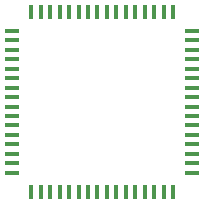
<source format=gbr>
G04 EAGLE Gerber RS-274X export*
G75*
%MOMM*%
%FSLAX34Y34*%
%LPD*%
%INSolderpaste Top*%
%IPPOS*%
%AMOC8*
5,1,8,0,0,1.08239X$1,22.5*%
G01*
%ADD10R,1.270000X0.400000*%
%ADD11R,0.400000X1.270000*%


D10*
X330400Y219900D03*
X330400Y211900D03*
X330400Y203900D03*
X330400Y227900D03*
X330400Y235900D03*
X330400Y195900D03*
X330400Y187900D03*
X330400Y243900D03*
X330400Y251900D03*
X330400Y179900D03*
X330400Y171900D03*
X330400Y259900D03*
X330400Y267900D03*
X330400Y163900D03*
X330400Y275900D03*
X330400Y155900D03*
D11*
X402400Y139900D03*
X410400Y139900D03*
X418400Y139900D03*
X394400Y139900D03*
X386400Y139900D03*
X426400Y139900D03*
X434400Y139900D03*
X378400Y139900D03*
X370400Y139900D03*
X442400Y139900D03*
X450400Y139900D03*
X362400Y139900D03*
X354400Y139900D03*
X458400Y139900D03*
X346400Y139900D03*
X466400Y139900D03*
D10*
X482400Y211900D03*
X482400Y219900D03*
X482400Y227900D03*
X482400Y203900D03*
X482400Y195900D03*
X482400Y235900D03*
X482400Y243900D03*
X482400Y187900D03*
X482400Y179900D03*
X482400Y251900D03*
X482400Y259900D03*
X482400Y171900D03*
X482400Y163900D03*
X482400Y267900D03*
X482400Y155900D03*
X482400Y275900D03*
D11*
X410400Y291900D03*
X402400Y291900D03*
X394400Y291900D03*
X418400Y291900D03*
X426400Y291900D03*
X386400Y291900D03*
X378400Y291900D03*
X434400Y291900D03*
X442400Y291900D03*
X370400Y291900D03*
X362400Y291900D03*
X450400Y291900D03*
X458400Y291900D03*
X354400Y291900D03*
X466400Y291900D03*
X346400Y291900D03*
M02*

</source>
